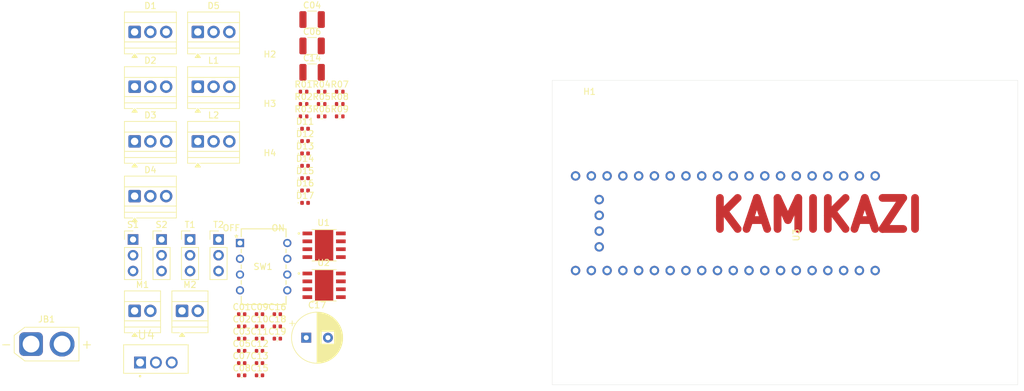
<source format=kicad_pcb>
(kicad_pcb (version 20241229) (generator "pcbnew") (generator_version "9.0")
  (layers (0 "F.Cu" signal) (4 "In1.Cu" signal) (6 "In2.Cu" signal) (2 "B.Cu" signal) (13 "F.Paste" user) (15 "B.Paste" user) (5 "F.SilkS" user "F.Silkscreen") (7 "B.SilkS" user "B.Silkscreen") (1 "F.Mask" user) (3 "B.Mask" user) (25 "Edge.Cuts" user))
  (net 0 "")
  (net 1 "9V")
  (net 2 "VBAT")
  (net 3 "/D101")
  (net 4 "5V")
  (net 5 "GND")
  (net 6 "/D102")
  (net 7 "/D103")
  (net 8 "/D104")
  (net 9 "/D105")
  (net 10 "Net-(D16-K)")
  (net 11 "Net-(D17-K)")
  (net 12 "/L101")
  (net 13 "/L102")
  (net 14 "/LED101")
  (net 15 "/LED102")
  (net 16 "/LED103")
  (net 17 "Net-(M1-Pin_2)")
  (net 18 "Net-(M1-Pin_1)")
  (net 19 "Net-(M2-Pin_1)")
  (net 20 "Net-(M2-Pin_2)")
  (net 21 "/LED104")
  (net 22 "/LED105")
  (net 23 "/LED106")
  (net 24 "Net-(D11-K)")
  (net 25 "Net-(D12-K)")
  (net 26 "Net-(D13-K)")
  (net 27 "Net-(D14-K)")
  (net 28 "Net-(D15-K)")
  (net 29 "/LED107")
  (net 30 "Net-(U1-ILIM)")
  (net 31 "Net-(U2-ILIM)")
  (net 32 "/S101")
  (net 33 "/S102")
  (net 34 "/SW103")
  (net 35 "/SW101")
  (net 36 "/SW102")
  (net 37 "/SW104")
  (net 39 "Net-(T1-Pin_2)")
  (net 40 "/R101")
  (net 41 "/M101")
  (net 42 "/M102")
  (net 43 "/M104")
  (net 44 "/M103")
  (footprint "TerminalBlock:TerminalBlock_Xinya_XY308-2.54-3P_1x03_P2.54mm_Horizontal" (layer "F.Cu") (at 54.91 77.005)
    (property "Reference" "L1" (at 2.54 -4.22 0) (layer "F.SilkS"))
    (property "Value" "Line Sensor")
    (pad "1" thru_hole roundrect (at 0 0) (size 2 2) (drill 1.2) (layers "*.Cu" "*.Mask") (roundrect_rratio 0.125) (net 5 "GND"))
    (pad "2" thru_hole circle (at 2.54 0) (size 2 2) (drill 1.2) (layers "*.Cu" "*.Mask") (net 4 "5V"))
    (pad "3" thru_hole circle (at 5.08 0) (size 2 2) (drill 1.2) (layers "*.Cu" "*.Mask") (net 12 "/L101"))
  )
  (footprint "Capacitor_SMD:C_0402_1005Metric" (layer "F.Cu") (at 61.98 123.5)
    (property "Reference" "C08" (at 0 -1.16 0) (layer "F.SilkS"))
    (property "Value" "100n")
    (pad "1" smd roundrect (at -0.48 0) (size 0.56 0.62) (layers "F.Cu" "F.Mask" "F.Paste") (net 4 "5V"))
    (pad "2" smd roundrect (at 0.48 0) (size 0.56 0.62) (layers "F.Cu" "F.Mask" "F.Paste") (net 5 "GND"))
  )
  (footprint "Capacitor_SMD:C_0402_1005Metric" (layer "F.Cu") (at 64.85 121.53)
    (property "Reference" "C13" (at 0 -1.16 0) (layer "F.SilkS"))
    (property "Value" "100n")
    (pad "1" smd roundrect (at -0.48 0) (size 0.56 0.62) (layers "F.Cu" "F.Mask" "F.Paste") (net 4 "5V"))
    (pad "2" smd roundrect (at 0.48 0) (size 0.56 0.62) (layers "F.Cu" "F.Mask" "F.Paste") (net 5 "GND"))
  )
  (footprint "Connector_PinHeader_2.54mm:PinHeader_1x03_P2.54mm_Vertical" (layer "F.Cu") (at 53.66 101.62)
    (property "Reference" "T1" (at 0 -2.38 0) (layer "F.SilkS"))
    (property "Value" "On/Off")
    (pad "1" thru_hole rect (at 0 0) (size 1.7 1.7) (drill 1) (layers "*.Cu" "*.Mask"))
    (pad "2" thru_hole circle (at 0 2.54) (size 1.7 1.7) (drill 1) (layers "*.Cu" "*.Mask") (net 39 "Net-(T1-Pin_2)"))
    (pad "3" thru_hole circle (at 0 5.08) (size 1.7 1.7) (drill 1) (layers "*.Cu" "*.Mask") (net 1 "9V"))
  )
  (footprint "Capacitor_SMD:C_0402_1005Metric" (layer "F.Cu") (at 64.85 123.5)
    (property "Reference" "C15" (at 0 -1.16 0) (layer "F.SilkS"))
    (property "Value" "100n")
    (pad "1" smd roundrect (at -0.48 0) (size 0.56 0.62) (layers "F.Cu" "F.Mask" "F.Paste") (net 4 "5V"))
    (pad "2" smd roundrect (at 0.48 0) (size 0.56 0.62) (layers "F.Cu" "F.Mask" "F.Paste") (net 5 "GND"))
  )
  (footprint "MountingHole:MountingHole_3.2mm_M3" (layer "F.Cu") (at 66.52 91.89)
    (property "Reference" "H4" (at 0 -4.2 0) (layer "F.SilkS"))
    (property "Value" "M3")
    (pad "" np_thru_hole circle (at 0 0) (size 3.2 3.2) (drill 3.2) (layers "*.Cu" "*.Mask"))
  )
  (footprint "TerminalBlock:TerminalBlock_Xinya_XY308-2.54-3P_1x03_P2.54mm_Horizontal" (layer "F.Cu") (at 44.73 85.82)
    (property "Reference" "D3" (at 2.54 -4.22 0) (layer "F.SilkS"))
    (property "Value" "Distance Sensor")
    (pad "1" thru_hole roundrect (at 0 0) (size 2 2) (drill 1.2) (layers "*.Cu" "*.Mask") (roundrect_rratio 0.125) (net 5 "GND"))
    (pad "2" thru_hole circle (at 2.54 0) (size 2 2) (drill 1.2) (layers "*.Cu" "*.Mask") (net 7 "/D103"))
    (pad "3" thru_hole circle (at 5.08 0) (size 2 2) (drill 1.2) (layers "*.Cu" "*.Mask") (net 4 "5V"))
  )
  (footprint "Connector_PinHeader_2.54mm:PinHeader_1x03_P2.54mm_Vertical" (layer "F.Cu") (at 49.07 101.62)
    (property "Reference" "S2" (at 0 -2.38 0) (layer "F.SilkS"))
    (property "Value" "Servo")
    (pad "1" thru_hole rect (at 0 0) (size 1.7 1.7) (drill 1) (layers "*.Cu" "*.Mask") (net 33 "/S102"))
    (pad "2" thru_hole circle (at 0 2.54) (size 1.7 1.7) (drill 1) (layers "*.Cu" "*.Mask") (net 4 "5V"))
    (pad "3" thru_hole circle (at 0 5.08) (size 1.7 1.7) (drill 1) (layers "*.Cu" "*.Mask") (net 5 "GND"))
  )
  (footprint "TerminalBlock:TerminalBlock_Xinya_XY308-2.54-3P_1x03_P2.54mm_Horizontal" (layer "F.Cu") (at 44.73 94.635)
    (property "Reference" "D4" (at 2.54 -4.22 0) (layer "F.SilkS"))
    (property "Value" "Distance Sensor")
    (pad "1" thru_hole roundrect (at 0 0) (size 2 2) (drill 1.2) (layers "*.Cu" "*.Mask") (roundrect_rratio 0.125) (net 5 "GND"))
    (pad "2" thru_hole circle (at 2.54 0) (size 2 2) (drill 1.2) (layers "*.Cu" "*.Mask") (net 8 "/D104"))
    (pad "3" thru_hole circle (at 5.08 0) (size 2 2) (drill 1.2) (layers "*.Cu" "*.Mask") (net 4 "5V"))
  )
  (footprint "Capacitor_SMD:C_0402_1005Metric" (layer "F.Cu") (at 64.85 117.59)
    (property "Reference" "C11" (at 0 -1.16 0) (layer "F.SilkS"))
    (property "Value" "100n")
    (pad "1" smd roundrect (at -0.48 0) (size 0.56 0.62) (layers "F.Cu" "F.Mask" "F.Paste") (net 4 "5V"))
    (pad "2" smd roundrect (at 0.48 0) (size 0.56 0.62) (layers "F.Cu" "F.Mask" "F.Paste") (net 5 "GND"))
  )
  (footprint "Capacitor_SMD:C_0402_1005Metric" (layer "F.Cu") (at 67.72 115.62)
    (property "Reference" "C18" (at 0 -1.16 0) (layer "F.SilkS"))
    (property "Value" "100n")
    (pad "1" smd roundrect (at -0.48 0) (size 0.56 0.62) (layers "F.Cu" "F.Mask" "F.Paste") (net 5 "GND"))
    (pad "2" smd roundrect (at 0.48 0) (size 0.56 0.62) (layers "F.Cu" "F.Mask" "F.Paste") (net 4 "5V"))
  )
  (footprint "MountingHole:MountingHole_3.2mm_M3" (layer "F.Cu") (at 118 82)
    (property "Reference" "H1" (at 0 -4.2 0) (layer "F.SilkS"))
    (property "Value" "M3")
    (pad "" np_thru_hole circle (at 0 0) (size 3.2 3.2) (drill 3.2) (layers "*.Cu" "*.Mask"))
  )
  (footprint "Capacitor_SMD:C_0402_1005Metric" (layer "F.Cu") (at 67.72 113.65)
    (property "Reference" "C16" (at 0 -1.16 0) (layer "F.SilkS"))
    (property "Value" "100n")
    (pad "1" smd roundrect (at -0.48 0) (size 0.56 0.62) (layers "F.Cu" "F.Mask" "F.Paste") (net 5 "GND"))
    (pad "2" smd roundrect (at 0.48 0) (size 0.56 0.62) (layers "F.Cu" "F.Mask" "F.Paste") (net 2 "VBAT"))
  )
  (footprint "TerminalBlock:TerminalBlock_Xinya_XY308-2.54-3P_1x03_P2.54mm_Horizontal" (layer "F.Cu") (at 44.73 77.005)
    (property "Reference" "D2" (at 2.54 -4.22 0) (layer "F.SilkS"))
    (property "Value" "Distance Sensor")
    (pad "1" thru_hole roundrect (at 0 0) (size 2 2) (drill 1.2) (layers "*.Cu" "*.Mask") (roundrect_rratio 0.125) (net 5 "GND"))
    (pad "2" thru_hole circle (at 2.54 0) (size 2 2) (drill 1.2) (layers "*.Cu" "*.Mask") (net 6 "/D102"))
    (pad "3" thru_hole circle (at 5.08 0) (size 2 2) (drill 1.2) (layers "*.Cu" "*.Mask") (net 4 "5V"))
  )
  (footprint "L7805CV:TO255P1040X460X1968-3" (layer "F.Cu") (at 45.61 121.436)
    (property "Reference" "U4" (at 0.995 -4.444 0) (layer "F.SilkS") (effects (font (size 1.4 1.4))))
    (property "Value" "L7805CV")
    (pad "1" thru_hole rect (at 0 0) (size 1.91 1.91) (drill 1.27) (layers "*.Cu" "*.Mask") (net 1 "9V"))
    (pad "2" thru_hole circle (at 2.55 0) (size 1.91 1.91) (drill 1.27) (layers "*.Cu" "*.Mask") (net 5 "GND"))
    (pad "3" thru_hole circle (at 5.1 0) (size 1.91 1.91) (drill 1.27) (layers "*.Cu" "*.Mask") (net 4 "5V"))
  )
  (footprint "LED_SMD:LED_0402_1005Metric" (layer "F.Cu") (at 72.185 95.72)
    (property "Reference" "D17" (at 0 -1.17 0) (layer "F.SilkS"))
    (property "Value" "LED")
    (pad "1" smd roundrect (at -0.485 0) (size 0.59 0.64) (layers "F.Cu" "F.Mask" "F.Paste") (net 11 "Net-(D17-K)"))
    (pad "2" smd roundrect (at 0.485 0) (size 0.59 0.64) (layers "F.Cu" "F.Mask" "F.Paste") (net 5 "GND"))
  )
  (footprint "TerminalBlock:TerminalBlock_Xinya_XY308-2.54-3P_1x03_P2.54mm_Horizontal" (layer "F.Cu") (at 44.73 68.19)
    (property "Reference" "D1" (at 2.54 -4.22 0) (layer "F.SilkS"))
    (property "Value" "Distance Sensor")
    (pad "1" thru_hole roundrect (at 0 0) (size 2 2) (drill 1.2) (layers "*.Cu" "*.Mask") (roundrect_rratio 0.125) (net 5 "GND"))
    (pad "2" thru_hole circle (at 2.54 0) (size 2 2) (drill 1.2) (layers "*.Cu" "*.Mask") (net 3 "/D101"))
    (pad "3" thru_hole circle (at 5.08 0) (size 2 2) (drill 1.2) (layers "*.Cu" "*.Mask") (net 4 "5V"))
  )
  (footprint "LED_SMD:LED_0402_1005Metric" (layer "F.Cu") (at 72.185 85.77)
    (property "Reference" "D12" (at 0 -1.17 0) (layer "F.SilkS"))
    (property "Value" "LED")
    (pad "1" smd roundrect (at -0.485 0) (size 0.59 0.64) (layers "F.Cu" "F.Mask" "F.Paste") (net 25 "Net-(D12-K)"))
    (pad "2" smd roundrect (at 0.485 0) (size 0.59 0.64) (layers "F.Cu" "F.Mask" "F.Paste") (net 5 "GND"))
  )
  (footprint "DRV8871DDAR:VREG_LM5017MR_NOPB" (layer "F.Cu") (at 75.255 102.55)
    (property "Reference" "U1" (at -0.075 -3.635 0) (layer "F.SilkS"))
    (property "Value" "DRV8871DDAR")
    (pad "1" smd roundrect (at -2.7 -1.905) (size 1.55 0.6) (layers "F.Cu" "F.Paste") (roundrect_rratio 0.025) (net 5 "GND"))
    (pad "2" smd roundrect (at -2.7 -0.635) (size 1.55 0.6) (layers "F.Cu" "F.Paste") (roundrect_rratio 0.025) (net 42 "/M102"))
    (pad "3" smd roundrect (at -2.7 0.635) (size 1.55 0.6) (layers "F.Cu" "F.Paste") (roundrect_rratio 0.025) (net 41 "/M101"))
    (pad "4" smd roundrect (at -2.7 1.905) (size 1.55 0.6) (layers "F.Cu" "F.Paste") (roundrect_rratio 0.025) (net 30 "Net-(U1-ILIM)"))
    (pad "5" smd roundrect (at 2.7 1.905) (size 1.55 0.6) (layers "F.Cu" "F.Paste") (roundrect_rratio 0.025) (net 1 "9V"))
    (pad "6" smd roundrect (at 2.7 0.635) (size 1.55 0.6) (layers "F.Cu" "F.Paste") (roundrect_rratio 0.025) (net 18 "Net-(M1-Pin_1)"))
    (pad "7" smd roundrect (at 2.7 -0.635) (size 1.55 0.6) (layers "F.Cu" "F.Paste") (roundrect_rratio 0.025) (net 5 "GND"))
    (pad "8" smd roundrect (at 2.7 -1.905) (size 1.55 0.6) (layers "F.Cu" "F.Paste") (roundrect_rratio 0.025) (net 17 "Net-(M1-Pin_2)"))
    (pad "9" smd rect (at 0 0) (size 2.95 4.9) (layers "F.Cu") (net 5 "GND"))
  )
  (footprint "Resistor_SMD:R_0402_1005Metric" (layer "F.Cu") (at 74.86 81.79)
    (property "Reference" "R06" (at 0 -1.17 0) (layer "F.SilkS"))
    (property "Value" "1k")
    (pad "1" smd roundrect (at -0.51 0) (size 0.54 0.64) (layers "F.Cu" "F.Mask" "F.Paste") (net 23 "/LED106"))
    (pad "2" smd roundrect (at 0.51 0) (size 0.54 0.64) (layers "F.Cu" "F.Mask" "F.Paste") (net 10 "Net-(D16-K)"))
  )
  (footprint "LED_SMD:LED_0402_1005Metric" (layer "F.Cu") (at 72.185 89.75)
    (property "Reference" "D14" (at 0 -1.17 0) (layer "F.SilkS"))
    (property "Value" "LED")
    (pad "1" smd roundrect (at -0.485 0) (size 0.59 0.64) (layers "F.Cu" "F.Mask" "F.Paste") (net 27 "Net-(D14-K)"))
    (pad "2" smd roundrect (at 0.485 0) (size 0.59 0.64) (layers "F.Cu" "F.Mask" "F.Paste") (net 5 "GND"))
  )
  (footprint "Capacitor_THT:CP_Radial_D8.0mm_P3.50mm" (layer "F.Cu") (at 72.374698 117.44)
    (property "Reference" "C17" (at 1.75 -5.25 0) (layer "F.SilkS"))
    (property "Value" "470u")
    (pad "1" thru_hole rect (at 0 0) (size 1.6 1.6) (drill 0.8) (layers "*.Cu" "*.Mask") (net 2 "VBAT"))
    (pad "2" thru_hole circle (at 3.5 0) (size 1.6 1.6) (drill 0.8) (layers "*.Cu" "*.Mask") (net 5 "GND"))
  )
  (footprint "Capacitor_SMD:C_1210_3225Metric" (layer "F.Cu") (at 73.32 74.69)
    (property "Reference" "C14" (at 0 -2.3 0) (layer "F.SilkS"))
    (property "Value" "47u")
    (pad "1" smd roundrect (at -1.475 0) (size 1.15 2.7) (layers "F.Cu" "F.Mask" "F.Paste") (roundrect_rratio 0.217391) (net 5 "GND"))
    (pad "2" smd roundrect (at 1.475 0) (size 1.15 2.7) (layers "F.Cu" "F.Mask" "F.Paste") (roundrect_rratio 0.217391) (net 4 "5V"))
  )
  (footprint "TerminalBlock:TerminalBlock_Xinya_XY308-2.54-3P_1x03_P2.54mm_Horizontal" (layer "F.Cu") (at 54.91 85.82)
    (property "Reference" "L2" (at 2.54 -4.22 0) (layer "F.SilkS"))
    (property "Value" "Line Sensor")
    (pad "1" thru_hole roundrect (at 0 0) (size 2 2) (drill 1.2) (layers "*.Cu" "*.Mask") (roundrect_rratio 0.125) (net 5 "GND"))
    (pad "2" thru_hole circle (at 2.54 0) (size 2 2) (drill 1.2) (layers "*.Cu" "*.Mask") (net 4 "5V"))
    (pad "3" thru_hole circle (at 5.08 0) (size 2 2) (drill 1.2) (layers "*.Cu" "*.Mask") (net 13 "/L102"))
  )
  (footprint "Capacitor_SMD:C_0402_1005Metric" (layer "F.Cu") (at 67.72 117.59)
    (property "Reference" "C19" (at 0 -1.16 0) (layer "F.SilkS"))
    (property "Value" "100n")
    (pad "1" smd roundrect (at -0.48 0) (size 0.56 0.62) (layers "F.Cu" "F.Mask" "F.Paste") (net 5 "GND"))
    (pad "2" smd roundrect (at 0.48 0) (size 0.56 0.62) (layers "F.Cu" "F.Mask" "F.Paste") (net 4 "5V"))
  )
  (footprint "Capacitor_SMD:C_0402_1005Metric" (layer "F.Cu") (at 64.85 115.62)
    (property "Reference" "C10" (at 0 -1.16 0) (layer "F.SilkS"))
    (property "Value" "100n")
    (pad "1" smd roundrect (at -0.48 0) (size 0.56 0.62) (layers "F.Cu" "F.Mask" "F.Paste") (net 4 "5V"))
    (pad "2" smd roundrect (at 0.48 0) (size 0.56 0.62) (layers "F.Cu" "F.Mask" "F.Paste") (net 5 "GND"))
  )
  (footprint "210-4MS:210-4MS" (layer "F.Cu") (at 61.7054 102.1872)
    (property "Reference" "SW1" (at 3.7084 3.81 0) (layer "F.SilkS"))
    (property "Value" "210-4MS")
    (fp_text user "*" (at -0.5842 -0.7874 0) (layer "F.SilkS"))
    (fp_text user "OFF" (at -1.397 -2.413 0) (layer "F.SilkS"))
    (fp_text user "ON" (at 6.1468 -2.413 0) (layer "F.SilkS"))
    (pad "1" thru_hole rect (at 0 0) (size 1.3208 1.3208) (drill 0.8128) (layers "*.Cu" "*.Mask") (net 35 "/SW101"))
    (pad "2" thru_hole circle (at 0 2.54) (size 1.3208 1.3208) (drill 0.8128) (layers "*.Cu" "*.Mask") (net 36 "/SW102"))
    (pad "3" thru_hole circle (at 0 5.08) (size 1.3208 1.3208) (drill 0.8128) (layers "*.Cu" "*.Mask") (net 34 "/SW103"))
    (pad "4" thru_hole circle (at 0 7.62) (size 1.3208 1.3208) (drill 0.8128) (layers "*.Cu" "*.Mask") (net 37 "/SW104"))
    (pad "5" thru_hole circle (at 7.62 7.62) (size 1.3208 1.3208) (drill 0.8128) (layers "*.Cu" "*.Mask") (net 5 "GND"))
    (pad "6" thru_hole circle (at 7.62 5.08) (size 1.3208 1.3208) (drill 0.8128) (layers "*.Cu" "*.Mask") (net 5 "GND"))
    (pad "7" thru_hole circle (at 7.62 2.54) (size 1.3208 1.3208) (drill 0.8128) (layers "*.Cu" "*.Mask") (net 5 "GND"))
    (pad "8" thru_hole circle (at 7.62 0) (size 1.3208 1.3208) (drill 0.8128) (layers "*.Cu" "*.Mask") (net 5 "GND"))
  )
  (footprint "Capacitor_SMD:C_0402_1005Metric" (layer "F.Cu") (at 64.85 119.56)
    (property "Reference" "C12" (at 0 -1.16 0) (layer "F.SilkS"))
    (property "Value" "100n")
    (pad "1" smd roundrect (at -0.48 0) (size 0.56 0.62) (layers "F.Cu" "F.Mask" "F.Paste") (net 4 "5V"))
    (pad "2" smd roundrect (at 0.48 0) (size 0.56 0.62) (layers "F.Cu" "F.Mask" "F.Paste") (net 5 "GND"))
  )
  (footprint "TerminalBlock:TerminalBlock_Xinya_XY308-2.54-3P_1x03_P2.54mm_Horizontal" (layer "F.Cu") (at 54.91 68.19)
    (property "Reference" "D5" (at 2.54 -4.22 0) (layer "F.SilkS"))
    (property "Value" "Distance Sensor")
    (pad "1" thru_hole roundrect (at 0 0) (size 2 2) (drill 1.2) (layers "*.Cu" "*.Mask") (roundrect_rratio 0.125) (net 5 "GND"))
    (pad "2" thru_hole circle (at 2.54 0) (size 2 2) (drill 1.2) (layers "*.Cu" "*.Mask") (net 9 "/D105"))
    (pad "3" thru_hole circle (at 5.08 0) (size 2 2) (drill 1.2) (layers "*.Cu" "*.Mask") (net 4 "5V"))
  )
  (footprint "Resistor_SMD:R_0402_1005Metric" (layer "F.Cu") (at 77.77 79.8)
    (property "Reference" "R08" (at 0 -1.17 0) (layer "F.SilkS"))
    (property "Value" "30K")
    (pad "1" smd roundrect (at -0.51 0) (size 0.54 0.64) (layers "F.Cu" "F.Mask" "F.Paste") (net 5 "GND"))
    (pad "2" smd roundrect (at 0.51 0) (size 0.54 0.64) (layers "F.Cu" "F.Mask" "F.Paste") (net 30 "Net-(U1-ILIM)"))
  )
  (footprint "DRV8871DDAR:VREG_LM5017MR_NOPB" (layer "F.Cu") (at 75.255 109)
    (property "Reference" "U2" (at -0.075 -3.635 0) (layer "F.SilkS"))
    (property "Value" "DRV8871DDAR")
    (pad "1" smd roundrect (at -2.7 -1.905) (size 1.55 0.6) (layers "F.Cu" "F.Paste") (roundrect_rratio 0.025) (net 5 "GND"))
    (pad "2" smd roundrect (at -2.7 -0.635) (size 1.55 0.6) (layers "F.Cu" "F.Paste") (roundrect_rratio 0.025) (net 43 "/M104"))
    (pad "3" smd roundrect (at -2.7 0.635) (size 1.55 0.6) (layers "F.Cu" "F.Paste") (roundrect_rratio 0.025) (net 44 "/M103"))
    (pad "4" smd roundrect (at -2.7 1.905) (size 1.55 0.6) (layers "F.Cu" "F.Paste") (roundrect_rratio 0.025) (net 31 "Net-(U2-ILIM)"))
    (pad "5" smd roundrect (at 2.7 1.905) (size 1.55 0.6) (layers "F.Cu" "F.Paste") (roundrect_rratio 0.025) (net 1 "9V"))
    (pad "6" smd roundrect (at 2.7 0.635) (size 1.55 0.6) (layers "F.Cu" "F.Paste") (roundrect_rratio 0.025) (net 19 "Net-(M2-Pin_1)"))
    (pad "7" smd roundrect (at 2.7 -0.635) (size 1.55 0.6) (layers "F.Cu" "F.Paste") (roundrect_rratio 0.025) (net 5 "GND"))
    (pad "8" smd roundrect (at 2.7 -1.905) (size 1.55 0.6) (layers "F.Cu" "F.Paste") (roundrect_rratio 0.025) (net 20 "Net-(M2-Pin_2)"))
    (pad "9" smd rect (at 0 0) (size 2.95 4.9) (layers "F.Cu") (net 5 "GND"))
  )
  (footprint "TerminalBlock:TerminalBlock_Xinya_XY308-2.54-2P_1x02_P2.54mm_Horizontal" (layer "F.Cu") (at 44.73 113.12)
    (property "Reference" "M1" (at 1.27 -4.22 0) (layer "F.SilkS"))
    (property "Value" "Motor")
    (pad "1" thru_hole roundrect (at 0 0) (size 2 2) (drill 1.2) (layers "*.Cu" "*.Mask") (roundrect_rratio 0.125) (net 18 "Net-(M1-Pin_1)"))
    (pad "2" thru_hole circle (at 2.54 0) (size 2 2) (drill 1.2) (layers "*.Cu" "*.Mask") (net 17 "Net-(M1-Pin_2)"))
  )
  (footprint "MountingHole:MountingHole_3.2mm_M3" (layer "F.Cu") (at 66.52 83.94)
    (property "Reference" "H3" (at 0 -4.2 0) (layer "F.SilkS"))
    (property "Value" "M3")
    (pad "" np_thru_hole circle (at 0 0) (size 3.2 3.2) (drill 3.2) (layers "*.Cu" "*.Mask"))
  )
  (footprint "Capacitor_SMD:C_1210_3225Metric" (layer "F.Cu") (at 73.32 66.19)
    (property "Reference" "C04" (at 0 -2.3 0) (layer "F.SilkS"))
    (property "Value" "47u")
    (pad "1" smd roundrect (at -1.475 0) (size 1.15 2.7) (layers "F.Cu" "F.Mask" "F.Paste") (roundrect_rratio 0.217391) (net 1 "9V"))
    (pad "2" smd roundrect (at 1.475 0) (size 1.15 2.7) (layers "F.Cu" "F.Mask" "F.Paste") (roundrect_rratio 0.217391) (net 5 "GND"))
  )
  (footprint "blue_pill:blue_pill" (layer "F.Cu") (at 143.065 100.905 -90)
    (property "Reference" "U3" (at 0 -8.255 90) (layer "F.SilkS"))
    (property "Value" "BP")
    (pad "3V3" thru_hole circle (at -9.525 27.305 270) (size 1.524 1.524) (drill 0.9) (layers "*.Cu" "*.Mask"))
    (pad "3V3" thru_hole circle (at -5.715 23.495 270) (size 1.524 1.524) (drill 0.9) (layers "*.Cu" "*.Mask"))
    (pad "3V3" thru_hole circle (at 5.715 -15.875 270) (size 1.524 1.524) (drill 0.9) (layers "*.Cu" "*.Mask"))
    (pad "5V" thru_hole circle (at -9.525 22.225 270) (size 1.524 1.524) (drill 0.9) (layers "*.Cu" "*.Mask") (net 4 "5V"))
    (pad "G" thru_hole circle (at -9.525 24.765 270) (size 1.524 1.524) (drill 0.9) (layers "*.Cu" "*.Mask") (net 5 "GND"))
    (pad "G" thru_hole circle (at 1.905 23.495 270) (size 1.524 1.524) (drill 0.9) (layers "*.Cu" "*.Mask") (net 5 "GND"))
    (pad "G" thru_hole circle (at 5.715 -20.955 270) (size 1.524 1.524) (drill 0.9) (layers "*.Cu" "*.Mask") (net 5 "GND"))
    (pad "G" thru_hole circle (at 5.715 -18.415 270) (size 1.524 1.524) (drill 0.9) (layers "*.Cu" "*.Mask") (net 5 "GND"))
    (pad "NRST" thru_hole circle (at 5.715 -13.335 270) (size 1.524 1.524) (drill 0.9) (layers "*.Cu" "*.Mask"))
    (pad "PA0" thru_hole circle (at 5.715 17.145 270) (size 1.524 1.524) (drill 0.9) (layers "*.Cu" "*.Mask") (net 23 "/LED106"))
    (pad "PA1" thru_hole circle (at 5.715 14.605 270) (size 1.524 1.524) (drill 0.9) (layers "*.Cu" "*.Mask") (net 29 "/LED107"))
    (pad "PA2" thru_hole circle (at 5.715 12.065 270) (size 1.524 1.524) (drill 0.9) (layers "*.Cu" "*.Mask") (net 41 "/M101"))
    (pad "PA3" thru_hole circle (at 5.715 9.525 270) (size 1.524 1.524) (drill 0.9) (layers "*.Cu" "*.Mask") (net 42 "/M102"))
    (pad "PA4" thru_hole circle (at 5.715 6.985 270) (size 1.524 1.524) (drill 0.9) (layers "*.Cu" "*.Mask") (net 37 "/SW104"))
    (pad "PA5" thru_hole circle (at 5.715 4.445 270) (size 1.524 1.524) (drill 0.9) (layers "*.Cu" "*.Mask") (net 34 "/SW103"))
    (pad "PA6" thru_hole circle (at 5.715 1.905 270) (size 1.524 1.524) (drill 0.9) (layers "*.Cu" "*.Mask") (net 36 "/SW102"))
    (pad "PA7" thru_hole circle (at 5.715 -0.635 270) (size 1.524 1.524) (drill 0.9) (layers "*.Cu" "*.Mask") (net 35 "/SW101"))
    (pad "PA8" thru_hole circle (at -9.525 -10.795 270) (size 1.524 1.524) (drill 0.9) (layers "*.Cu" "*.Mask") (net 14 "/LED101"))
    (pad "PA9" thru_hole circle (at -9.525 -8.255 270) (size 1.524 1.524) (drill 0.9) (layers "*.Cu" "*.Mask"))
    (pad "PA10" thru_hole circle (at -9.525 -5.715 270) (size 1.524 1.524) (drill 0.9) (layers "*.Cu" "*.Mask"))
    (pad "PA11" thru_hole circle (at -9.525 -3.175 270) (size 1.524 1.524) (drill 0.9) (layers "*.Cu" "*.Mask"))
    (pad "PA12" thru_hole circle (at -9.525 -0.635 270) (size 1.524 1.524) (drill 0.9) (layers "*.Cu" "*.Mask"))
    (pad "PA15" thru_hole circle (at -9.525 1.905 270) (size 1.524 1.524) (drill 0.9) (layers "*.Cu" "*.Mask") (net 15 "/LED102"))
    (pad "PB0" thru_hole circle (at 5.715 -3.175 270) (size 1.524 1.524) (drill 0.9) (layers "*.Cu" "*.Mask") (net 32 "/S101"))
    (pad "PB1" thru_hole circle (at 5.715 -5.715 270) (size 1.524 1.524) (drill 0.9) (layers "*.Cu" "*.Mask") (net 33 "/S102"))
    (pad "PB3" thru_hole circle (at -9.525 4.445 270) (size 1.524 1.524) (drill 0.9) (layers "*.Cu" "*.Mask") (net 16 "/LED103"))
    (pad "PB4" thru_hole circle (at -9.525 6.985 270) (size 1.524 1.524) (drill 0.9) (layers "*.Cu" "*.Mask") (net 21 "/LED104"))
    (pad "PB5" thru_hole circle (at -9.525 9.525 270) (size 1.524 1.524) (drill 0.9) (layers "*.Cu" "*.Mask") (net 22 "/LED105"))
    (pad "PB6" thru_hole circle (at -9.525 12.065 270) (size 1.524 1.524) (drill 0.9) (layers "*.Cu" "*.Mask") (net 12 "/L101"))
    (pad "PB7" thru_hole circle (at -9.525 14.605 270) (size 1.524 1.524) (drill 0.9) (layers "*.Cu" "*.Mask") (net 13 "/L102"))
    (pad "PB8" thru_hole circle (at -9.525 17.145 270) (size 1.524 1.524) (drill 0.9) (layers "*.Cu" "*.Mask") (net 43 "/M104"))
    (pad "PB9" thru_hole circle (at -9.525 19.685 270) (size 1.524 1.524) (drill 0.9) (layers "*.Cu" "*.Mask") (net 44 "/M103"))
    (pad "PB10" thru_hole circle (at 5.715 -8.255 270) (size 1.524 1.524) (drill 0.9) (layers "*.Cu" "*.Mask") (net 3 "/D101"))
    (pad "PB11" thru_hole circle (at 5.715 -10.795 270) (size 1.524 1.524) (drill 0.9) (layers "*.Cu" "*.Mask") (net 6 "/D102"))
    (pad "PB12" thru_hole circle (at -9.525 -20.955 270) (size 1.524 1.524) (drill 0.9) (layers "*.Cu" "*.Mask") (net 7 "/D103"))
    (pad "PB13" thru_hole circle (at -9.525 -18.415 270) (size 1.524 1.524) (drill 0.9) (layers "*.Cu" "*.Mask") (net 8 "/D104"))
    (pad "PB14" thru_hole circle (at -9.525 -15.875 270) (size 1.524 1.524) (drill 0.9) (layers "*.Cu" "*.Mask") (net 9 "/D105"))
    (pad "PB15" thru_hole circle (at -9.525 -13.335 270) (size 1.524 1.524) (drill 0.9) (layers "*.Cu" "*.Mask") (net 40 "/R101"))
    (pad "PC13" thru_hole circle (at 5.715 24.765 270) (size 1.524 1.524) (drill 0.9) (layers "*.Cu" "*.Mask"))
    (pad "PC14" thru_hole circle (at 5.715 22.225 270) (size 1.524 1.524) (drill 0.9) (layers "*.Cu" "*.Mask"))
    (pad "PC15" thru_hole circle (at 5.715 19.685 270) (size 1.524 1.524) (drill 0.9) (layers "*.Cu" "*.Mask"))
    (pad "SWCLK" thru_hole circle (at -0.635 23.495 270) (size 1.524 1.524) (drill 0.9) (layers "*.Cu" "*.Mask"))
    (pad "SWO" thru_hole circle (at -3.175 23.495 270) (size 1.524 1.524) (drill 0.9) (layers "*.Cu" "*.Mask"))
    (pad "VBAT" thru_hole circle (at 5.715 27.305 270) (size 1.524 1.524) (drill 0.9) (layers "*.Cu" "*.Mask"))
  )
  (footprint "Connector_PinHeader_2.54mm:PinHeader_1x03_P2.54mm_Vertical" (layer "F.Cu") (at 58.25 101.62)
    (property "Reference" "T2" (at 0 -2.38 0) (layer "F.SilkS"))
    (property "Value" "Remote Start")
    (pad "1" thru_hole rect (at 0 0) (size 1.7 1.7) (drill 1) (layers "*.Cu" "*.Mask") (net 40 "/R101"))
    (pad "2" thru_hole circle (at 0 2.54) (size 1.7 1.7) (drill 1) (layers "*.Cu" "*.Mask") (net 5 "GND"))
    (pad "3" thru_hole circle (at 0 5.08) (size 1.7 1.7) (drill 1) (layers "*.Cu" "*.Mask") (net 4 "5V"))
  )
  (footprint "Connector_PinHeader_2.54mm:PinHeader_1x03_P2.54mm_Vertical" (layer "F.Cu") (at 44.48 101.62)
    (property "Reference" "S1" (at 0 -2.38 0) (layer "F.SilkS"))
    (property "Value" "Servo")
    (pad "1" thru_hole rect (at 0 0) (size 1.7 1.7) (drill 1) (layers "*.Cu" "*.Mask") (net 32 "/S101"))
    (pad "2" thru_hole circle (at 0 2.54) (size 1.7 1.7) (drill 1) (layers "*.Cu" "*.Mask") (net 4 "5V"))
    (pad "3" thru_hole circle (at 0 5.08) (size 1.7 1.7) (drill 1) (layers "*.Cu" "*.Mask") (net 5 "GND"))
  )
  (footprint "Capacitor_SMD:C_0402_1005Metric" (layer "F.Cu") (at 64.85 113.65)
    (property "Reference" "C09" (at 0 -1.16 0) (layer "F.SilkS"))
    (property "Value" "100n")
    (pad "1" smd roundrect (at -0.48 0) (size 0.56 0.62) (layers "F.Cu" "F.Mask" "F.Paste") (net 4 "5V"))
    (pad "2" smd roundrect (at 0.48 0) (size 0.56 0.62) (layers "F.Cu" "F.Mask" "F.Paste") (net 5 "GND"))
  )
  (footprint "Resistor_SMD:R_0402_1005Metric" (layer "F.Cu") (at 74.86 77.81)
    (property "Reference" "R04" (at 0 -1.17 0) (layer "F.SilkS"))
    (property "Value" "1k")
    (pad "1" smd roundrect (at -0.51 0) (size 0.54 0.64) (layers "F.Cu" "F.Mask" "F.Paste") (net 21 "/LED104"))
    (pad "2" smd roundrect (at 0.51 0) (size 0.54 0.64) (layers "F.Cu" "F.Mask" "F.Paste") (net 27 "Net-(D14-K)"))
  )
  (footprint "Capacitor_SMD:C_0402_1005Metric" (layer "F.Cu") (at 61.98 115.62)
    (property "Reference" "C02" (at 0 -1.16 0) (layer "F.SilkS"))
    (property "Value" "100n")
    (pad "1" smd roundrect (at -0.48 0) (size 0.56 0.62) (layers "F.Cu" "F.Mask" "F.Paste") (net 5 "GND"))
    (pad "2" smd roundrect (at 0.48 0) (size 0.56 0.62) (layers "F.Cu" "F.Mask" "F.Paste") (net 4 "5V"))
  )
  (footprint "Resistor_SMD:R_0402_1005Metric" (layer "F.Cu") (at 77.77 77.81)
    (property "Reference" "R07" (at 0 -1.17 0) (layer "F.SilkS"))
    (property "Value" "1k")
    (pad "1" smd roundrect (at -0.51 0) (size 0.54 0.64) (layers "F.Cu" "F.Mask" "F.Paste") (net 29 "/LED107"))
    (pad "2" smd roundrect (at 0.51 0) (size 0.54 0.64) (layers "F.Cu" "F.Mask" "F.Paste") (net 11 "Net-(D17-K)"))
  )
  (footprint "Capacitor_SMD:C_0402_1005Metric" (layer "F.Cu") (at 61.98 117.59)
    (property "Reference" "C03" (at 0 -1.16 0) (layer "F.SilkS"))
    (property "Value" "100n")
    (pad "1" smd roundrect (at -0.48 0) (size 0.56 0.62) (layers "F.Cu" "F.Mask" "F.Paste") (net 1 "9V"))
    (pad "2" smd roundrect (at 0.48 0) (size 0.56 0.62) (layers "F.Cu" "F.Mask" "F.Paste") (net 5 "GND"))
  )
  (footprint "LED_SMD:LED_0402_1005Metric" (layer "F.Cu") (at 72.185 93.73)
    (property "Reference" "D16" (at 0 -1.17 0) (layer "F.SilkS"))
    (property "Value" "LED")
    (pad "1" smd roundrect (at -0.485 0) (size 0.59 0.64) (layers "F.Cu" "F.Mask" "F.Paste") (net 10 "Net-(D16-K)"))
    (pad "2" smd roundrect (at 0.485 0) (size 0.59 0.64) (layers "F.Cu" "F.Mask" "F.Paste") (net 5 "GND"))
  )
  (footprint "Capacitor_SMD:C_0402_1005Metric" (layer "F.Cu") (at 61.98 121.53)
    (property "Reference" "C07" (at 0 -1.16 0) (layer "F.SilkS"))
    (property "Value" "100n")
    (pad "1" smd roundrect (at -0.48 0) (size 0.56 0.62) (layers "F.Cu" "F.Mask" "F.Paste") (net 4 "5V"))
    (pad "2" smd roundrect (at 0.48 0) (size 0.56 0.62) (layers "F.Cu" "F.Mask" "F.Paste") (net 5 "GND"))
  )
  (footprint "MountingHole:MountingHole_3.2mm_M3" (layer "F.Cu") (at 66.52 75.99)
    (property "Reference" "H2" (at 0 -4.2 0) (layer "F.SilkS"))
    (property "Value" "M3")
    (pad "" np_thru_hole circle (at 0 0) (size 3.2 3.2) (drill 3.2) (layers "*.Cu" "*.Mask"))
  )
  (footprint "LED_SMD:LED_0402_1005Metric" (layer "F.Cu") (at 72.185 83.78)
    (property "Reference" "D11" (at 0 -1.17 0) (layer "F.SilkS"))
    (property "Value" "LED")
    (pad "1" smd roundrect (at -0.485 0) (size 0.59 0.64) (layers "F.Cu" "F.Mask" "F.Paste") (net 24 "Net-(D11-K)"))
    (pad "2" smd roundrect (at 0.485 0) (size 0.59 0.64) (layers "F.Cu" "F.Mask" "F.Paste") (net 5 "GND"))
  )
  (footprint "Capacitor_SMD:C_0402_1005Metric" (layer "F.Cu") (at 61.98 113.65)
    (property "Reference" "C01" (at 0 -1.16 0) (layer "F.SilkS"))
    (property "Value" "330n")
    (pad "1" smd roundrect (at -0.48 0) (size 0.56 0.62) (layers "F.Cu" "F.Mask" "F.Paste") (net 5 "GND"))
    (pad "2" smd roundrect (at 0.48 0) (size 0.56 0.62) (layers "F.Cu" "F.Mask" "F.Paste") (net 1 "9V"))
  )
  (footprint "Resistor_SMD:R_0402_1005Metric" (layer "F.Cu") (at 77.77 81.79)
    (property "Reference" "R09" (at 0 -1.17 0) (layer "F.SilkS"))
    (property "Value" "30K")
    (pad "1" smd roundrect (at -0.51 0) (size 0.54 0.64) (layers "F.Cu" "F.Mask" "F.Paste") (net 5 "GND"))
    (pad "2" smd roundrect (at 0.51 0) (size 0.54 0.64) (layers "F.Cu" "F.Mask" "F.Paste") (net 31 "Net-(U2-ILIM)"))
  )
  (footprint "Connector_AMASS:AMASS_XT30U-F_1x02_P5.0mm_Vertical" (layer "F.Cu") (at 28.05 118.47)
    (property "Reference" "JB1" (at 2.5 -4 0) (layer "F.SilkS"))
    (property "Value" "XT30")
    (fp_text user "-" (at -4 0 0) (layer "F.SilkS") (effects (font (size 1.5 1.5))))
    (fp_text user "+" (at 9 0 0) (layer "F.SilkS") (effects (font (size 1.5 1.5))))
    (pad "1" thru_hole roundrect (at 0 0) (size 3.8 3.8) (drill 2.7) (layers "*.Cu" "*.Mask") (roundrect_rratio 0.2) (net 2 "VBAT"))
    (pad "2" thru_hole circle (at 5 0) (size 4 4) (drill 2.7) (layers "*.Cu" "*.Mask") (net 5 "GND"))
  )
  (footprint "Resistor_SMD:R_0402_1005Metric" (layer "F.Cu") (at 71.95 79.8)
    (property "Reference" "R02" (at 0 -1.17 0) (layer "F.SilkS"))
    (property "Value" "1k")
    (pad "1" smd roundrect (at -0.51 0) (size 0.54 0.64) (layers "F.Cu" "F.Mask" "F.Paste") (net 15 "/LED102"))
    (pad "2" smd roundrect (at 0.51 0) (size 0.54 0.64) (layers "F.Cu" "F.Mask" "F.Paste") (net 25 "Net-(D12-K)"))
  )
  (footprint "LED_SMD:LED_0402_1005Metric" (layer "F.Cu") (at 72.185 91.74)
    (property "Reference" "D15" (at 0 -1.17 0) (layer "F.SilkS"))
    (property "Value" "LED")
    (pad "1" smd roundrect (at -0.485 0) (size 0.59 0.64) (layers "F.Cu" "F.Mask" "F.Paste") (net 28 "Net-(D15-K)"))
    (pad "2" smd roundrect (at 0.485 0) (size 0.59 0.64) (layers "F.Cu" "F.Mask" "F.Paste") (net 5 "GND"))
  )
  (footprint "Capacitor_SMD:C_1210_3225Metric" (layer "F.Cu") (at 73.32 70.44)
    (property "Reference" "C06" (at 0 -2.3 0) (layer "F.SilkS"))
    (property "Value" "47u")
    (pad "1" smd roundrect (at -1.475 0) (size 1.15 2.7) (layers "F.Cu" "F.Mask" "F.Paste") (roundrect_rratio 0.217391) (net 1 "9V"))
    (pad "2" smd roundrect (at 1.475 0) (size 1.15 2.7) (layers "F.Cu" "F.Mask" "F.Paste") (roundrect_rratio 0.217391) (net 5 "GND"))
  )
  (footprint "Capacitor_SMD:C_0402_1005Metric" (layer "F.Cu") (at 61.98 119.56)
    (property "Reference" "C05" (at 0 -1.16 0) (layer "F.SilkS"))
    (property "Value" "100n")
    (pad "1" smd roundrect (at -0.48 0) (size 0.56 0.62) (layers "F.Cu" "F.Mask" "F.Paste") (net 1 "9V"))
    (pad "2" smd roundrect (at 0.48 0) (size 0.56 0.62) (layers "F.Cu" "F.Mask" "F.Paste") (net 5 "GND"))
  )
  (footprint "LED_SMD:LED_0402_1005Metric" (layer "F.Cu") (at 72.185 87.76)
    (property "Reference" "D13" (at 0 -1.17 0) (layer "F.SilkS"))
    (property "Value" "LED")
    (pad "1" smd roundrect (at -0.485 0) (size 0.59 0.64) (layers "F.Cu" "F.Mask" "F.Paste") (net 26 "Net-(D13-K)"))
    (pad "2" smd roundrect (at 0.485 0) (size 0.59 0.64) (layers "F.Cu" "F.Mask" "F.Paste") (net 5 "GND"))
  )
  (footprint "Resistor_SMD:R_0402_1005Metric" (layer "F.Cu") (at 71.95 77.81)
    (property "Reference" "R01" (at 0 -1.17 0) (layer "F.SilkS"))
    (property "Value" "1k")
    (pad "1" smd roundrect (at -0.51 0) (size 0.54 0.64) (layers "F.Cu" "F.Mask" "F.Paste") (net 14 "/LED101"))
    (pad "2" smd roundrect (at 0.51 0) (size 0.54 0.64) (layers "F.Cu" "F.Mask" "F.Paste") (net 24 "Net-(D11-K)"))
  )
  (footprint "Resistor_SMD:R_0402_1005Metric" (layer "F.Cu") (at 74.86 79.8)
    (property "Reference" "R05" (at 0 -1.17 0) (layer "F.SilkS"))
    (property "Value" "1k")
    (pad "1" smd roundrect (at -0.51 0) (size 0.54 0.64) (layers "F.Cu" "F.Mask" "F.Paste") (net 22 "/LED105"))
    (pad "2" smd roundrect (at 0.51 0) (size 0.54 0.64) (layers "F.Cu" "F.Mask" "F.Paste") (net 28 "Net-(D15-K)"))
  )
  (footprint "Resistor_SMD:R_0402_1005Metric" (layer "F.Cu") (at 71.95 81.79)
    (property "Reference" "R03" (at 0 -1.17 0) (layer "F.SilkS"))
    (property "Value" "1k")
    (pad "1" smd roundrect (at -0.51 0) (size 0.54 0.64) (layers "F.Cu" "F.Mask" "F.Paste") (net 16 "/LED103"))
    (pad "2" smd roundrect (at 0.51 0) (size 0.54 0.64) (layers "F.Cu" "F.Mask" "F.Paste") (net 26 "Net-(D13-K)"))
  )
  (footprint "TerminalBlock:TerminalBlock_Xinya_XY308-2.54-2P_1x02_P2.54mm_Horizontal" (layer "F.Cu") (at 52.37 113.12)
    (property "Reference" "M2" (at 1.27 -4.22 0) (layer "F.SilkS"))
    (property "Value" "Motor")
    (pad "1" thru_hole roundrect (at 0 0) (size 2 2) (drill 1.2) (layers "*.Cu" "*.Mask") (roundrect_rratio 0.125) (net 19 "Net-(M2-Pin_1)"))
    (pad "2" thru_hole circle (at 2.54 0) (size 2 2) (drill 1.2) (layers "*.Cu" "*.Mask") (net 20 "Net-(M2-Pin_2)"))
  )
  (gr_line (start 112 76) (end 112 125) (stroke (width 0.0381)) (layer "Edge.Cuts"))
  (gr_line (start 187 125) (end 187 76) (stroke (width 0.0381)) (layer "Edge.Cuts"))
  (gr_line (start 112 76) (end 187 76) (stroke (width 0.0381)) (layer "Edge.Cuts"))
  (gr_line (start 112 125) (end 187 125) (stroke (width 0.0381)) (layer "Edge.Cuts"))
  (gr_text "KAMIKAZI\n" (at 137 100.6 0) (layer "F.Cu") (effects (font (size 5 5) (thickness 1.25) (bold yes)) (justify left bottom)))
)
</source>
